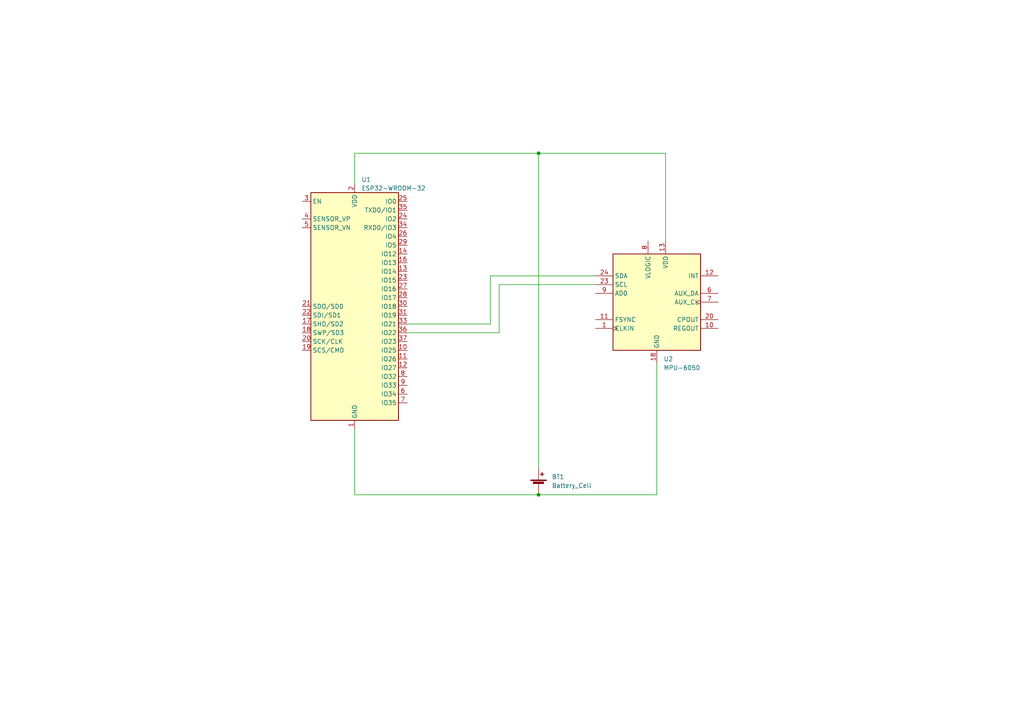
<source format=kicad_sch>
(kicad_sch (version 20230121) (generator eeschema)
  (paper "A4")
  (lib_symbols
    (symbol "Device:Battery_Cell" (pin_numbers hide) (pin_names (offset 0) hide)
      (property "Reference" "BT" (at 2.54 2.54 0))
      (property "Value" "Battery_Cell" (at 2.54 0 0))
      (symbol "Battery_Cell_0_1"
        (rectangle (start -2.286 1.778) (end 2.286 1.524) (fill (type outline)))
        (rectangle (start -1.5748 1.1938) (end 1.4732 0.6858) (fill (type outline)))
        (polyline (pts (xy 0 0.762) (xy 0 0)))
        (polyline (pts (xy 0 1.778) (xy 0 2.54)))
        (polyline (pts (xy 0.508 3.429) (xy 1.524 3.429)) (stroke (width 0.254)))
        (polyline (pts (xy 1.016 3.937) (xy 1.016 2.921)) (stroke (width 0.254)))
      )
      (symbol "Battery_Cell_1_1"
        (pin passive line (at 0 5.08 270) (length 2.54) (name "+") (number "1"))
        (pin passive line (at 0 -2.54 90) (length 2.54) (name "-") (number "2"))
      )
    )
    (symbol "RF_Module:ESP32-WROOM-32"
      (property "Reference" "U" (at -12.7 34.29 0))
      (property "Value" "ESP32-WROOM-32" (at 1.27 34.29 0))
      (symbol "ESP32-WROOM-32_0_1"
        (rectangle (start -12.7 33.02) (end 12.7 -33.02) (stroke (width 0.254)) (fill (type background)))
      )
      (symbol "ESP32-WROOM-32_1_1"
        (pin power_in line (at 0 -35.56 90) (length 2.54) (name "GND") (number "1"))
        (pin bidirectional line (at 15.24 -12.7 180) (length 2.54) (name "IO25") (number "10"))
        (pin bidirectional line (at 15.24 -15.24 180) (length 2.54) (name "IO26") (number "11"))
        (pin bidirectional line (at 15.24 -17.78 180) (length 2.54) (name "IO27") (number "12"))
        (pin bidirectional line (at 15.24 10.16 180) (length 2.54) (name "IO14") (number "13"))
        (pin bidirectional line (at 15.24 15.24 180) (length 2.54) (name "IO12") (number "14"))
        (pin passive line (at 0 -35.56 90) (length 2.54) hide (name "GND") (number "15"))
        (pin bidirectional line (at 15.24 12.7 180) (length 2.54) (name "IO13") (number "16"))
        (pin bidirectional line (at -15.24 -5.08 0) (length 2.54) (name "SHD/SD2") (number "17"))
        (pin bidirectional line (at -15.24 -7.62 0) (length 2.54) (name "SWP/SD3") (number "18"))
        (pin bidirectional line (at -15.24 -12.7 0) (length 2.54) (name "SCS/CMD") (number "19"))
        (pin power_in line (at 0 35.56 270) (length 2.54) (name "VDD") (number "2"))
        (pin bidirectional line (at -15.24 -10.16 0) (length 2.54) (name "SCK/CLK") (number "20"))
        (pin bidirectional line (at -15.24 0 0) (length 2.54) (name "SDO/SD0") (number "21"))
        (pin bidirectional line (at -15.24 -2.54 0) (length 2.54) (name "SDI/SD1") (number "22"))
        (pin bidirectional line (at 15.24 7.62 180) (length 2.54) (name "IO15") (number "23"))
        (pin bidirectional line (at 15.24 25.4 180) (length 2.54) (name "IO2") (number "24"))
        (pin bidirectional line (at 15.24 30.48 180) (length 2.54) (name "IO0") (number "25"))
        (pin bidirectional line (at 15.24 20.32 180) (length 2.54) (name "IO4") (number "26"))
        (pin bidirectional line (at 15.24 5.08 180) (length 2.54) (name "IO16") (number "27"))
        (pin bidirectional line (at 15.24 2.54 180) (length 2.54) (name "IO17") (number "28"))
        (pin bidirectional line (at 15.24 17.78 180) (length 2.54) (name "IO5") (number "29"))
        (pin input line (at -15.24 30.48 0) (length 2.54) (name "EN") (number "3"))
        (pin bidirectional line (at 15.24 0 180) (length 2.54) (name "IO18") (number "30"))
        (pin bidirectional line (at 15.24 -2.54 180) (length 2.54) (name "IO19") (number "31"))
        (pin no_connect line (at -12.7 -27.94 0) (length 2.54) hide (name "NC") (number "32"))
        (pin bidirectional line (at 15.24 -5.08 180) (length 2.54) (name "IO21") (number "33"))
        (pin bidirectional line (at 15.24 22.86 180) (length 2.54) (name "RXD0/IO3") (number "34"))
        (pin bidirectional line (at 15.24 27.94 180) (length 2.54) (name "TXD0/IO1") (number "35"))
        (pin bidirectional line (at 15.24 -7.62 180) (length 2.54) (name "IO22") (number "36"))
        (pin bidirectional line (at 15.24 -10.16 180) (length 2.54) (name "IO23") (number "37"))
        (pin passive line (at 0 -35.56 90) (length 2.54) hide (name "GND") (number "38"))
        (pin passive line (at 0 -35.56 90) (length 2.54) hide (name "GND") (number "39"))
        (pin input line (at -15.24 25.4 0) (length 2.54) (name "SENSOR_VP") (number "4"))
        (pin input line (at -15.24 22.86 0) (length 2.54) (name "SENSOR_VN") (number "5"))
        (pin input line (at 15.24 -25.4 180) (length 2.54) (name "IO34") (number "6"))
        (pin input line (at 15.24 -27.94 180) (length 2.54) (name "IO35") (number "7"))
        (pin bidirectional line (at 15.24 -20.32 180) (length 2.54) (name "IO32") (number "8"))
        (pin bidirectional line (at 15.24 -22.86 180) (length 2.54) (name "IO33") (number "9"))
      )
    )
    (symbol "Sensor_Motion:MPU-6050"
      (property "Reference" "U" (at -11.43 13.97 0))
      (property "Value" "MPU-6050" (at 7.62 -15.24 0))
      (symbol "MPU-6050_0_0"
        (text "" (at 12.7 -2.54 0) (effects (font (size 1.27 1.27))))
      )
      (symbol "MPU-6050_0_1"
        (rectangle (start -12.7 13.97) (end 12.7 -13.97) (stroke (width 0.254)) (fill (type background)))
      )
      (symbol "MPU-6050_1_1"
        (pin input clock (at -17.78 -7.62 0) (length 5.08) (name "CLKIN") (number "1"))
        (pin passive line (at 17.78 -7.62 180) (length 5.08) (name "REGOUT") (number "10"))
        (pin input line (at -17.78 -5.08 0) (length 5.08) (name "FSYNC") (number "11"))
        (pin output line (at 17.78 7.62 180) (length 5.08) (name "INT") (number "12"))
        (pin power_in line (at 2.54 17.78 270) (length 3.81) (name "VDD") (number "13"))
        (pin no_connect line (at -12.7 -10.16 0) (length 2.54) hide (name "NC") (number "14"))
        (pin no_connect line (at 12.7 12.7 180) (length 2.54) hide (name "NC") (number "15"))
        (pin no_connect line (at 12.7 10.16 180) (length 2.54) hide (name "NC") (number "16"))
        (pin no_connect line (at 12.7 5.08 180) (length 2.54) hide (name "NC") (number "17"))
        (pin power_in line (at 0 -17.78 90) (length 3.81) (name "GND") (number "18"))
        (pin no_connect line (at 12.7 -10.16 180) (length 2.54) hide (name "RESV") (number "19"))
        (pin no_connect line (at -12.7 12.7 0) (length 2.54) hide (name "NC") (number "2"))
        (pin passive line (at 17.78 -5.08 180) (length 5.08) (name "CPOUT") (number "20"))
        (pin no_connect line (at 12.7 -2.54 180) (length 2.54) hide (name "RESV") (number "21"))
        (pin no_connect line (at 12.7 -12.7 180) (length 2.54) hide (name "RESV") (number "22"))
        (pin input line (at -17.78 5.08 0) (length 5.08) (name "SCL") (number "23"))
        (pin bidirectional line (at -17.78 7.62 0) (length 5.08) (name "SDA") (number "24"))
        (pin no_connect line (at -12.7 10.16 0) (length 2.54) hide (name "NC") (number "3"))
        (pin no_connect line (at -12.7 0 0) (length 2.54) hide (name "NC") (number "4"))
        (pin no_connect line (at -12.7 -2.54 0) (length 2.54) hide (name "NC") (number "5"))
        (pin bidirectional line (at 17.78 2.54 180) (length 5.08) (name "AUX_DA") (number "6"))
        (pin output clock (at 17.78 0 180) (length 5.08) (name "AUX_CL") (number "7"))
        (pin power_in line (at -2.54 17.78 270) (length 3.81) (name "VLOGIC") (number "8"))
        (pin input line (at -17.78 2.54 0) (length 5.08) (name "AD0") (number "9"))
      )
    )
  )
  (junction (at 156.21 44.45))
  (junction (at 156.21 143.51))
  (wire (pts (xy 144.78 82.55) (xy 172.72 82.55)))
  (wire (pts (xy 102.87 143.51) (xy 156.21 143.51)))
  (wire (pts (xy 190.5 143.51) (xy 156.21 143.51)))
  (wire (pts (xy 102.87 53.34) (xy 102.87 44.45)))
  (wire (pts (xy 118.11 96.52) (xy 144.78 96.52)))
  (wire (pts (xy 118.11 93.98) (xy 142.24 93.98)))
  (wire (pts (xy 156.21 44.45) (xy 193.04 44.45)))
  (wire (pts (xy 156.21 44.45) (xy 156.21 135.89)))
  (wire (pts (xy 190.5 105.41) (xy 190.5 143.51)))
  (wire (pts (xy 102.87 124.46) (xy 102.87 143.51)))
  (wire (pts (xy 142.24 93.98) (xy 142.24 80.01)))
  (wire (pts (xy 193.04 44.45) (xy 193.04 69.85)))
  (wire (pts (xy 142.24 80.01) (xy 172.72 80.01)))
  (wire (pts (xy 102.87 44.45) (xy 156.21 44.45)))
  (wire (pts (xy 144.78 96.52) (xy 144.78 82.55)))
  (symbol (lib_id "Device:Battery_Cell") (at 156.21 140.97 0) (unit 1)
    (property "Reference" "BT1" (at 160.02 138.303 0) (effects (justify left)))
    (property "Value" "Battery_Cell" (at 160.02 140.843 0) (effects (justify left)))
  )
  (symbol (lib_id "Sensor_Motion:MPU-6050") (at 190.5 87.63 0) (unit 1)
    (property "Reference" "U2" (at 192.4559 104.14 0) (effects (justify left)))
    (property "Value" "MPU-6050" (at 192.4559 106.68 0) (effects (justify left)))
    (property "Footprint" "Sensor_Motion:InvenSense_QFN-24_4x4mm_P0.5mm" (effects hide))
    (property "Datasheet" "https://invensense.tdk.com/wp-content/uploads/2015/02/MPU-6000-Datasheet1.pdf" (effects hide))
  )
  (symbol (lib_id "RF_Module:ESP32-WROOM-32") (at 102.87 88.9 0) (unit 1)
    (property "Reference" "U1" (at 104.8259 52.07 0) (effects (justify left)))
    (property "Value" "ESP32-WROOM-32" (at 104.8259 54.61 0) (effects (justify left)))
    (property "Footprint" "RF_Module:ESP32-WROOM-32" (effects hide))
    (property "Datasheet" "https://www.espressif.com/sites/default/files/documentation/esp32-wroom-32_datasheet_en.pdf" (effects hide))
  )
)
</source>
